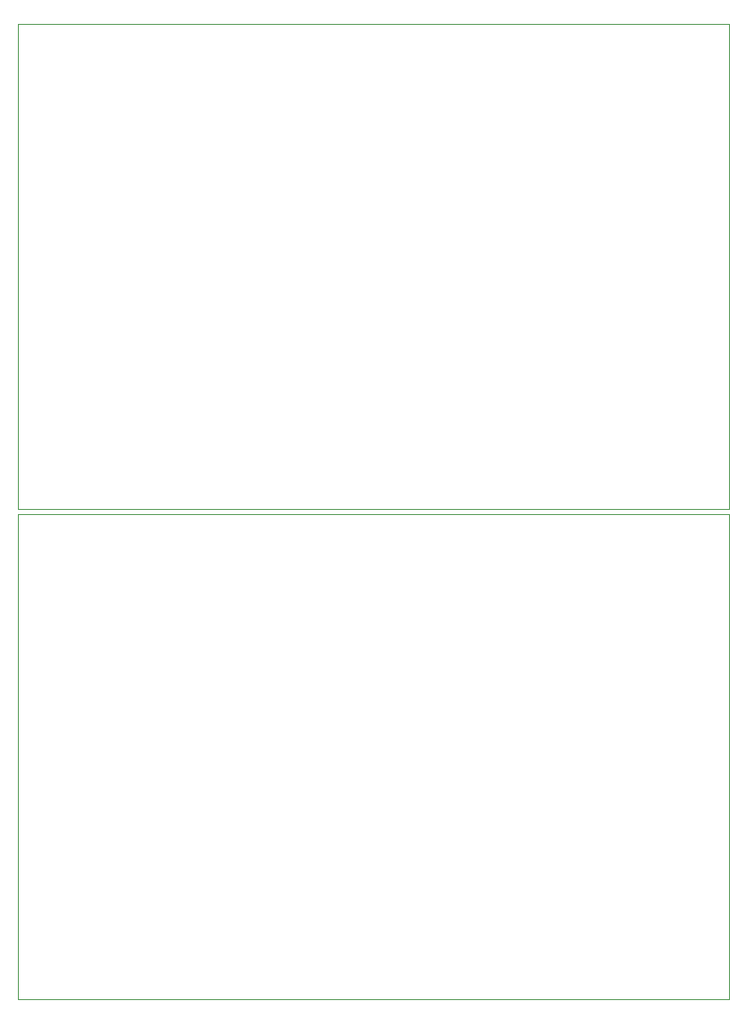
<source format=gbr>
%TF.GenerationSoftware,KiCad,Pcbnew,8.0.4*%
%TF.CreationDate,2024-08-14T23:56:47-07:00*%
%TF.ProjectId,SleepyWoof_panelized,536c6565-7079-4576-9f6f-665f70616e65,rev?*%
%TF.SameCoordinates,Original*%
%TF.FileFunction,Profile,NP*%
%FSLAX46Y46*%
G04 Gerber Fmt 4.6, Leading zero omitted, Abs format (unit mm)*
G04 Created by KiCad (PCBNEW 8.0.4) date 2024-08-14 23:56:47*
%MOMM*%
%LPD*%
G01*
G04 APERTURE LIST*
%TA.AperFunction,Profile*%
%ADD10C,0.050000*%
%TD*%
G04 APERTURE END LIST*
D10*
X145416000Y-29260000D02*
X215890000Y-29260000D01*
X215890000Y-77260000D01*
X145416000Y-77260000D01*
X145416000Y-29260000D01*
X145416000Y-77760000D02*
X215890000Y-77760000D01*
X215890000Y-125760000D01*
X145416000Y-125760000D01*
X145416000Y-77760000D01*
M02*

</source>
